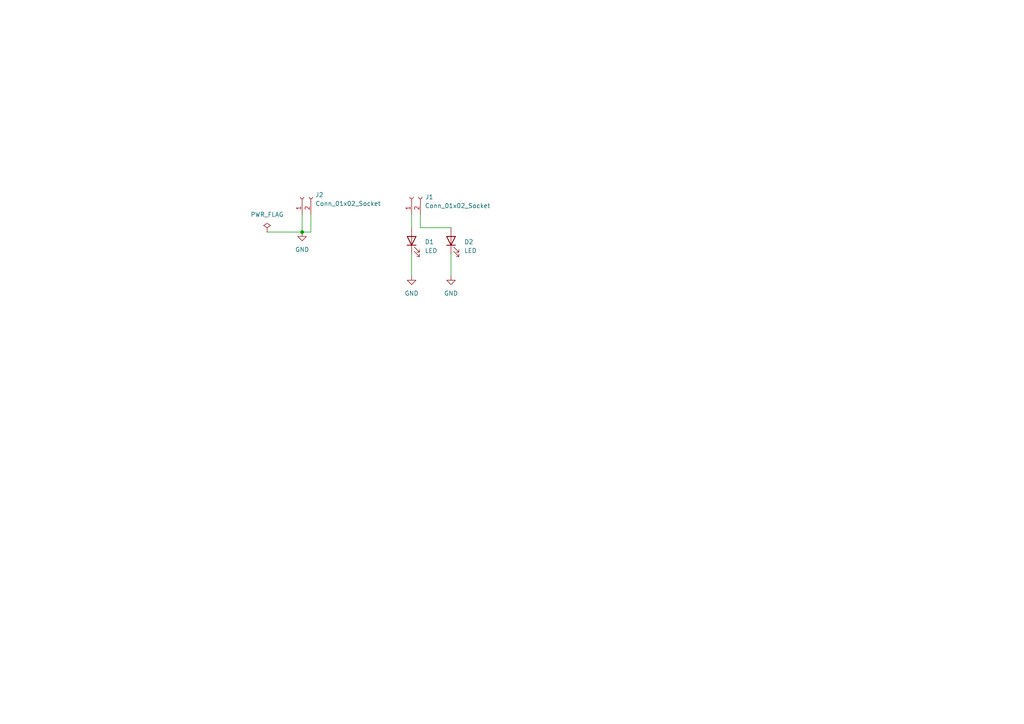
<source format=kicad_sch>
(kicad_sch (version 20230121) (generator eeschema)
  (paper "A4")
  (lib_symbols
    (symbol "Connector:Conn_01x02_Socket" (pin_names (offset 1.016) hide)
      (property "Reference" "J" (at 0 2.54 0))
      (property "Value" "Conn_01x02_Socket" (at 0 -5.08 0))
      (symbol "Conn_01x02_Socket_1_1"
        (arc (start 0 -2.032) (mid -0.5058 -2.54) (end 0 -3.048) (stroke (width 0.1524)))
        (polyline (pts (xy -1.27 -2.54) (xy -0.508 -2.54)) (stroke (width 0.1524)))
        (polyline (pts (xy -1.27 0) (xy -0.508 0)) (stroke (width 0.1524)))
        (arc (start 0 0.508) (mid -0.5058 0) (end 0 -0.508) (stroke (width 0.1524)))
        (pin passive line (at -5.08 0 0) (length 3.81) (name "Pin_1") (number "1"))
        (pin passive line (at -5.08 -2.54 0) (length 3.81) (name "Pin_2") (number "2"))
      )
    )
    (symbol "Device:LED" (pin_numbers hide) (pin_names (offset 1.016) hide)
      (property "Reference" "D" (at 0 2.54 0))
      (property "Value" "LED" (at 0 -2.54 0))
      (symbol "LED_0_1"
        (polyline (pts (xy -1.27 -1.27) (xy -1.27 1.27)) (stroke (width 0.254)))
        (polyline (pts (xy -1.27 0) (xy 1.27 0)))
        (polyline (pts (xy 1.27 -1.27) (xy 1.27 1.27) (xy -1.27 0) (xy 1.27 -1.27)) (stroke (width 0.254)))
        (polyline (pts (xy -3.048 -0.762) (xy -4.572 -2.286) (xy -3.81 -2.286) (xy -4.572 -2.286) (xy -4.572 -1.524)))
        (polyline (pts (xy -1.778 -0.762) (xy -3.302 -2.286) (xy -2.54 -2.286) (xy -3.302 -2.286) (xy -3.302 -1.524)))
      )
      (symbol "LED_1_1"
        (pin passive line (at -3.81 0 0) (length 2.54) (name "K") (number "1"))
        (pin passive line (at 3.81 0 180) (length 2.54) (name "A") (number "2"))
      )
    )
    (symbol "power:GND" (power) (pin_names (offset 0))
      (property "Value" "GND" (at 0 -3.81 0))
      (symbol "GND_0_1"
        (polyline (pts (xy 0 0) (xy 0 -1.27) (xy 1.27 -1.27) (xy 0 -2.54) (xy -1.27 -1.27) (xy 0 -1.27)))
      )
      (symbol "GND_1_1"
        (pin power_in line (at 0 0 270) (length 0) hide (name "GND") (number "1"))
      )
    )
    (symbol "power:PWR_FLAG" (power) (pin_numbers hide) (pin_names (offset 0) hide)
      (property "Value" "PWR_FLAG" (at 0 3.81 0))
      (symbol "PWR_FLAG_0_0"
        (pin power_out line (at 0 0 90) (length 0) (name "pwr") (number "1"))
      )
      (symbol "PWR_FLAG_0_1"
        (polyline (pts (xy 0 0) (xy 0 1.27) (xy -1.016 1.905) (xy 0 2.54) (xy 1.016 1.905) (xy 0 1.27)))
      )
    )
  )
  (junction (at 87.63 67.31))
  (wire (pts (xy 121.92 66.04) (xy 130.81 66.04)))
  (wire (pts (xy 77.47 67.31) (xy 87.63 67.31)))
  (wire (pts (xy 121.92 62.23) (xy 121.92 66.04)))
  (wire (pts (xy 87.63 62.23) (xy 87.63 67.31)))
  (wire (pts (xy 90.17 62.23) (xy 90.17 67.31)))
  (wire (pts (xy 130.81 73.66) (xy 130.81 80.01)))
  (wire (pts (xy 119.38 73.66) (xy 119.38 80.01)))
  (wire (pts (xy 119.38 62.23) (xy 119.38 66.04)))
  (wire (pts (xy 87.63 67.31) (xy 90.17 67.31)))
  (symbol (lib_id "Connector:Conn_01x02_Socket") (at 119.38 57.15 90) (unit 1)
    (property "Reference" "J1" (at 125.73 57.15 90) (effects (justify left)))
    (property "Value" "Conn_01x02_Socket" (at 142.24 59.69 90) (effects (justify left)))
    (property "Footprint" "Connector_PinSocket_2.54mm:PinSocket_1x02_P2.54mm_Vertical" (effects hide))
  )
  (symbol (lib_id "Device:LED") (at 119.38 69.85 90) (unit 1)
    (property "Reference" "D1" (at 123.19 70.1675 90) (effects (justify right)))
    (property "Value" "LED" (at 123.19 72.7075 90) (effects (justify right)))
    (property "Footprint" "LED_THT:LED_D3.0mm" (effects hide))
  )
  (symbol (lib_id "power:GND") (at 87.63 67.31 0) (unit 1)
    (property "Reference" "#PWR03" (effects hide))
    (property "Value" "GND" (at 87.63 72.39 0))
  )
  (symbol (lib_id "power:PWR_FLAG") (at 77.47 67.31 0) (unit 1)
    (property "Reference" "#FLG01" (effects hide))
    (property "Value" "PWR_FLAG" (at 77.47 62.23 0))
  )
  (symbol (lib_id "power:GND") (at 119.38 80.01 0) (unit 1)
    (property "Reference" "#PWR01" (effects hide))
    (property "Value" "GND" (at 119.38 85.09 0))
  )
  (symbol (lib_id "Connector:Conn_01x02_Socket") (at 87.63 57.15 90) (unit 1)
    (property "Reference" "J2" (at 91.44 56.515 90) (effects (justify right)))
    (property "Value" "Conn_01x02_Socket" (at 91.44 59.055 90) (effects (justify right)))
    (property "Footprint" "Connector_PinSocket_2.54mm:PinSocket_1x02_P2.54mm_Vertical" (effects hide))
  )
  (symbol (lib_id "Device:LED") (at 130.81 69.85 90) (unit 1)
    (property "Reference" "D2" (at 134.62 70.1675 90) (effects (justify right)))
    (property "Value" "LED" (at 134.62 72.7075 90) (effects (justify right)))
    (property "Footprint" "LED_THT:LED_D3.0mm" (effects hide))
  )
  (symbol (lib_id "power:GND") (at 130.81 80.01 0) (unit 1)
    (property "Reference" "#PWR02" (effects hide))
    (property "Value" "GND" (at 130.81 85.09 0))
  )
)
</source>
